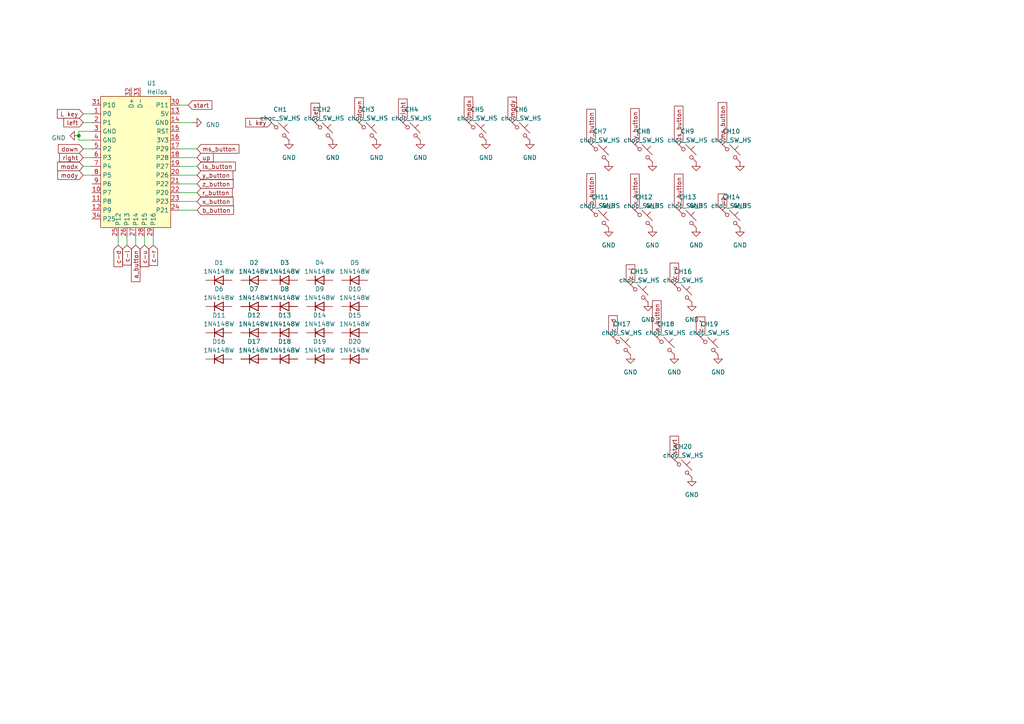
<source format=kicad_sch>
(kicad_sch (version 20230121) (generator eeschema)
  (paper "A4")
  (lib_symbols
    (symbol "Diode:1N4148W" (pin_numbers hide) (pin_names hide)
      (property "Reference" "D" (at 0 2.54 0))
      (property "Value" "1N4148W" (at 0 -2.54 0))
      (symbol "1N4148W_0_1"
        (polyline (pts (xy -1.27 1.27) (xy -1.27 -1.27)) (stroke (width 0.254)))
        (polyline (pts (xy 1.27 0) (xy -1.27 0)))
        (polyline (pts (xy 1.27 1.27) (xy 1.27 -1.27) (xy -1.27 0) (xy 1.27 1.27)) (stroke (width 0.254)))
      )
      (symbol "1N4148W_1_1"
        (pin passive line (at -3.81 0 0) (length 2.54) (name "K") (number "1"))
        (pin passive line (at 3.81 0 180) (length 2.54) (name "A") (number "2"))
      )
    )
    (symbol "PCM_marbastlib-choc:choc_SW_HS" (pin_numbers hide) (pin_names (offset 1.016) hide)
      (property "Reference" "CH" (at 3.048 1.016 0))
      (property "Value" "choc_SW_HS" (at 0 -3.81 0))
      (symbol "choc_SW_HS_0_1"
        (circle (center -1.1684 1.1684) (radius 0.508))
        (polyline (pts (xy -0.508 2.54) (xy 2.54 -0.508)))
        (polyline (pts (xy 1.016 1.016) (xy 2.032 2.032)))
        (polyline (pts (xy -2.54 2.54) (xy -1.524 1.524) (xy -1.524 1.524)))
        (polyline (pts (xy 1.524 -1.524) (xy 2.54 -2.54) (xy 2.54 -2.54) (xy 2.54 -2.54)))
        (circle (center 1.143 -1.1938) (radius 0.508))
        (pin passive line (at -2.54 2.54 0) (length 0) (name "1") (number "1"))
        (pin passive line (at 2.54 -2.54 180) (length 0) (name "2") (number "2"))
      )
    )
    (symbol "PCM_marbastlib-promicroish:Helios" (in_bom no)
      (property "Reference" "U" (at -7.62 22.86 0))
      (property "Value" "Helios" (at -7.62 20.32 0))
      (symbol "Helios_0_0"
        (pin bidirectional line (at -12.7 13.97 0) (length 2.54) (name "P0") (number "1"))
        (pin bidirectional line (at -12.7 -8.89 0) (length 2.54) (name "P7") (number "10"))
        (pin bidirectional line (at -12.7 -11.43 0) (length 2.54) (name "P8") (number "11"))
        (pin bidirectional line (at -12.7 -13.97 0) (length 2.54) (name "P9") (number "12"))
        (pin power_out line (at 12.7 11.43 180) (length 2.54) (name "GND") (number "14"))
        (pin bidirectional line (at 12.7 8.89 180) (length 2.54) (name "RST") (number "15"))
        (pin bidirectional line (at 12.7 3.81 180) (length 2.54) (name "P29") (number "17"))
        (pin bidirectional line (at 12.7 1.27 180) (length 2.54) (name "P28") (number "18"))
        (pin bidirectional line (at 12.7 -1.27 180) (length 2.54) (name "P27") (number "19"))
        (pin bidirectional line (at -12.7 11.43 0) (length 2.54) (name "P1") (number "2"))
        (pin bidirectional line (at 12.7 -3.81 180) (length 2.54) (name "P26") (number "20"))
        (pin bidirectional line (at 12.7 -6.35 180) (length 2.54) (name "P22") (number "21"))
        (pin bidirectional line (at 12.7 -8.89 180) (length 2.54) (name "P20") (number "22"))
        (pin bidirectional line (at 12.7 -11.43 180) (length 2.54) (name "P23") (number "23"))
        (pin bidirectional line (at 12.7 -13.97 180) (length 2.54) (name "P21") (number "24"))
        (pin power_out line (at -12.7 8.89 0) (length 2.54) (name "GND") (number "3"))
        (pin power_out line (at -12.7 6.35 0) (length 2.54) (name "GND") (number "4"))
        (pin bidirectional line (at -12.7 3.81 0) (length 2.54) (name "P2") (number "5"))
        (pin bidirectional line (at -12.7 1.27 0) (length 2.54) (name "P3") (number "6"))
        (pin bidirectional line (at -12.7 -1.27 0) (length 2.54) (name "P4") (number "7"))
        (pin bidirectional line (at -12.7 -3.81 0) (length 2.54) (name "P5") (number "8"))
        (pin bidirectional line (at -12.7 -6.35 0) (length 2.54) (name "P6") (number "9"))
      )
      (symbol "Helios_1_0"
        (pin bidirectional line (at 12.7 13.97 180) (length 2.54) (name "5V") (number "13"))
        (pin power_out line (at 12.7 6.35 180) (length 2.54) (name "3V3") (number "16"))
        (pin bidirectional line (at -5.08 -21.59 90) (length 2.54) (name "P12") (number "25"))
        (pin bidirectional line (at -2.54 -21.59 90) (length 2.54) (name "P13") (number "26"))
        (pin bidirectional line (at 0 -21.59 90) (length 2.54) (name "P14") (number "27"))
        (pin bidirectional line (at 2.54 -21.59 90) (length 2.54) (name "P15") (number "28"))
        (pin bidirectional line (at 5.08 -21.59 90) (length 2.54) (name "P16") (number "29"))
        (pin power_in line (at 12.7 16.51 180) (length 2.54) (name "P11") (number "30"))
        (pin bidirectional line (at -12.7 16.51 0) (length 2.54) (name "P10") (number "31"))
        (pin bidirectional line (at -1.27 21.59 270) (length 2.54) (name "D+") (number "32"))
        (pin bidirectional line (at 1.27 21.59 270) (length 2.54) (name "D-") (number "33"))
        (pin bidirectional line (at -12.7 -16.51 0) (length 2.54) (name "P25") (number "34"))
      )
      (symbol "Helios_1_1"
        (rectangle (start -10.16 19.05) (end 10.16 -19.05) (fill (type background)))
      )
    )
    (symbol "power:GND" (power) (pin_names (offset 0))
      (property "Value" "GND" (at 0 -3.81 0))
      (symbol "GND_0_1"
        (polyline (pts (xy 0 0) (xy 0 -1.27) (xy 1.27 -1.27) (xy 0 -2.54) (xy -1.27 -1.27) (xy 0 -1.27)))
      )
      (symbol "GND_1_1"
        (pin power_in line (at 0 0 270) (length 0) hide (name "GND") (number "1"))
      )
    )
  )
  (junction (at 22.86 39.37))
  (wire (pts (xy 24.13 45.72) (xy 26.67 45.72)))
  (wire (pts (xy 34.29 68.58) (xy 34.29 71.12)))
  (wire (pts (xy 52.07 35.56) (xy 55.88 35.56)))
  (wire (pts (xy 24.13 35.56) (xy 26.67 35.56)))
  (wire (pts (xy 24.13 48.26) (xy 26.67 48.26)))
  (wire (pts (xy 57.15 50.8) (xy 52.07 50.8)))
  (wire (pts (xy 54.61 30.48) (xy 52.07 30.48)))
  (wire (pts (xy 24.13 43.18) (xy 26.67 43.18)))
  (wire (pts (xy 22.86 38.1) (xy 22.86 39.37)))
  (wire (pts (xy 26.67 38.1) (xy 22.86 38.1)))
  (wire (pts (xy 41.91 71.12) (xy 41.91 68.58)))
  (wire (pts (xy 36.83 68.58) (xy 36.83 71.12)))
  (wire (pts (xy 57.15 53.34) (xy 52.07 53.34)))
  (wire (pts (xy 57.15 58.42) (xy 52.07 58.42)))
  (wire (pts (xy 24.13 50.8) (xy 26.67 50.8)))
  (wire (pts (xy 44.45 71.12) (xy 44.45 68.58)))
  (wire (pts (xy 22.86 40.64) (xy 22.86 39.37)))
  (wire (pts (xy 57.15 45.72) (xy 52.07 45.72)))
  (wire (pts (xy 24.13 33.02) (xy 26.67 33.02)))
  (wire (pts (xy 57.15 43.18) (xy 52.07 43.18)))
  (wire (pts (xy 57.15 55.88) (xy 52.07 55.88)))
  (wire (pts (xy 57.15 48.26) (xy 52.07 48.26)))
  (wire (pts (xy 57.15 60.96) (xy 52.07 60.96)))
  (wire (pts (xy 26.67 40.64) (xy 22.86 40.64)))
  (wire (pts (xy 39.37 68.58) (xy 39.37 71.12)))
  (global_label "z_button" (shape input) (at 57.15 53.34 0) (property "Intersheetrefs" "${INTERSHEET_REFS}" (effects hide)))
  (global_label "r_button" (shape input) (at 171.45 41.91 90) (property "Intersheetrefs" "${INTERSHEET_REFS}" (effects hide)))
  (global_label "start" (shape input) (at 195.58 133.35 90) (property "Intersheetrefs" "${INTERSHEET_REFS}" (effects hide)))
  (global_label "down" (shape input) (at 104.14 35.56 90) (property "Intersheetrefs" "${INTERSHEET_REFS}" (effects hide)))
  (global_label "r_button" (shape input) (at 57.15 55.88 0) (property "Intersheetrefs" "${INTERSHEET_REFS}" (effects hide)))
  (global_label "a_button" (shape input) (at 39.37 71.12 270) (property "Intersheetrefs" "${INTERSHEET_REFS}" (effects hide)))
  (global_label "ls_button" (shape input) (at 196.85 41.91 90) (property "Intersheetrefs" "${INTERSHEET_REFS}" (effects hide)))
  (global_label "left" (shape input) (at 24.13 35.56 180) (property "Intersheetrefs" "${INTERSHEET_REFS}" (effects hide)))
  (global_label "right" (shape input) (at 24.13 45.72 180) (property "Intersheetrefs" "${INTERSHEET_REFS}" (effects hide)))
  (global_label "ms_button" (shape input) (at 209.55 41.91 90) (property "Intersheetrefs" "${INTERSHEET_REFS}" (effects hide)))
  (global_label "y_button" (shape input) (at 57.15 50.8 0) (property "Intersheetrefs" "${INTERSHEET_REFS}" (effects hide)))
  (global_label "y_button" (shape input) (at 184.15 41.91 90) (property "Intersheetrefs" "${INTERSHEET_REFS}" (effects hide)))
  (global_label "up" (shape input) (at 209.55 60.96 90) (property "Intersheetrefs" "${INTERSHEET_REFS}" (effects hide)))
  (global_label "mody" (shape input) (at 24.13 50.8 180) (property "Intersheetrefs" "${INTERSHEET_REFS}" (effects hide)))
  (global_label "b_button" (shape input) (at 171.45 60.96 90) (property "Intersheetrefs" "${INTERSHEET_REFS}" (effects hide)))
  (global_label "L key" (shape input) (at 24.13 33.02 180) (property "Intersheetrefs" "${INTERSHEET_REFS}" (effects hide)))
  (global_label "c-d" (shape input) (at 177.8 97.79 90) (property "Intersheetrefs" "${INTERSHEET_REFS}" (effects hide)))
  (global_label "c-r" (shape input) (at 203.2 97.79 90) (property "Intersheetrefs" "${INTERSHEET_REFS}" (effects hide)))
  (global_label "left" (shape input) (at 91.44 35.56 90) (property "Intersheetrefs" "${INTERSHEET_REFS}" (effects hide)))
  (global_label "c-r" (shape input) (at 44.45 71.12 270) (property "Intersheetrefs" "${INTERSHEET_REFS}" (effects hide)))
  (global_label "b_button" (shape input) (at 57.15 60.96 0) (property "Intersheetrefs" "${INTERSHEET_REFS}" (effects hide)))
  (global_label "L key" (shape input) (at 78.74 35.56 180) (property "Intersheetrefs" "${INTERSHEET_REFS}" (effects hide)))
  (global_label "x_button" (shape input) (at 184.15 60.96 90) (property "Intersheetrefs" "${INTERSHEET_REFS}" (effects hide)))
  (global_label "start" (shape input) (at 54.61 30.48 0) (property "Intersheetrefs" "${INTERSHEET_REFS}" (effects hide)))
  (global_label "z_button" (shape input) (at 196.85 60.96 90) (property "Intersheetrefs" "${INTERSHEET_REFS}" (effects hide)))
  (global_label "modx" (shape input) (at 135.89 35.56 90) (property "Intersheetrefs" "${INTERSHEET_REFS}" (effects hide)))
  (global_label "up" (shape input) (at 57.15 45.72 0) (property "Intersheetrefs" "${INTERSHEET_REFS}" (effects hide)))
  (global_label "mody" (shape input) (at 148.59 35.56 90) (property "Intersheetrefs" "${INTERSHEET_REFS}" (effects hide)))
  (global_label "c-l" (shape input) (at 182.88 82.55 90) (property "Intersheetrefs" "${INTERSHEET_REFS}" (effects hide)))
  (global_label "c-d" (shape input) (at 34.29 71.12 270) (property "Intersheetrefs" "${INTERSHEET_REFS}" (effects hide)))
  (global_label "x_button" (shape input) (at 57.15 58.42 0) (property "Intersheetrefs" "${INTERSHEET_REFS}" (effects hide)))
  (global_label "c-u" (shape input) (at 41.91 71.12 270) (property "Intersheetrefs" "${INTERSHEET_REFS}" (effects hide)))
  (global_label "c-l" (shape input) (at 36.83 71.12 270) (property "Intersheetrefs" "${INTERSHEET_REFS}" (effects hide)))
  (global_label "ms_button" (shape input) (at 57.15 43.18 0) (property "Intersheetrefs" "${INTERSHEET_REFS}" (effects hide)))
  (global_label "ls_button" (shape input) (at 57.15 48.26 0) (property "Intersheetrefs" "${INTERSHEET_REFS}" (effects hide)))
  (global_label "c-u" (shape input) (at 195.58 82.55 90) (property "Intersheetrefs" "${INTERSHEET_REFS}" (effects hide)))
  (global_label "down" (shape input) (at 24.13 43.18 180) (property "Intersheetrefs" "${INTERSHEET_REFS}" (effects hide)))
  (global_label "modx" (shape input) (at 24.13 48.26 180) (property "Intersheetrefs" "${INTERSHEET_REFS}" (effects hide)))
  (global_label "a_button" (shape input) (at 190.5 97.79 90) (property "Intersheetrefs" "${INTERSHEET_REFS}" (effects hide)))
  (global_label "right" (shape input) (at 116.84 35.56 90) (property "Intersheetrefs" "${INTERSHEET_REFS}" (effects hide)))
  (symbol (lib_id "Diode:1N4148W") (at 82.55 81.28 0) (unit 1)
    (property "Reference" "D3" (at 82.55 76.2 0))
    (property "Value" "1N4148W" (at 82.55 78.74 0))
    (property "Footprint" "Diode_SMD:D_SOD-123" (effects hide))
    (property "Datasheet" "https://www.vishay.com/docs/85748/1n4148w.pdf" (effects hide))
    (property "Sim.Device" "D" (effects hide))
    (property "Sim.Pins" "1=K 2=A" (effects hide))
  )
  (symbol (lib_id "Diode:1N4148W") (at 63.5 88.9 0) (unit 1)
    (property "Reference" "D6" (at 63.5 83.82 0))
    (property "Value" "1N4148W" (at 63.5 86.36 0))
    (property "Footprint" "Diode_SMD:D_SOD-123" (effects hide))
    (property "Datasheet" "https://www.vishay.com/docs/85748/1n4148w.pdf" (effects hide))
    (property "Sim.Device" "D" (effects hide))
    (property "Sim.Pins" "1=K 2=A" (effects hide))
  )
  (symbol (lib_id "power:GND") (at 96.52 40.64 0) (unit 1)
    (property "Reference" "#PWR04" (effects hide))
    (property "Value" "GND" (at 96.52 45.72 0))
  )
  (symbol (lib_id "PCM_marbastlib-choc:choc_SW_HS") (at 173.99 44.45 0) (unit 1)
    (property "Reference" "CH7" (at 173.99 38.1 0))
    (property "Value" "choc_SW_HS" (at 173.99 40.64 0))
    (property "Footprint" "PCM_marbastlib-choc:SW_choc_v1_HS_1u" (effects hide))
  )
  (symbol (lib_id "power:GND") (at 140.97 40.64 0) (unit 1)
    (property "Reference" "#PWR07" (effects hide))
    (property "Value" "GND" (at 140.97 45.72 0))
  )
  (symbol (lib_id "Diode:1N4148W") (at 92.71 88.9 0) (unit 1)
    (property "Reference" "D9" (at 92.71 83.82 0))
    (property "Value" "1N4148W" (at 92.71 86.36 0))
    (property "Footprint" "Diode_SMD:D_SOD-123" (effects hide))
    (property "Datasheet" "https://www.vishay.com/docs/85748/1n4148w.pdf" (effects hide))
    (property "Sim.Device" "D" (effects hide))
    (property "Sim.Pins" "1=K 2=A" (effects hide))
  )
  (symbol (lib_id "Diode:1N4148W") (at 102.87 88.9 0) (unit 1)
    (property "Reference" "D10" (at 102.87 83.82 0))
    (property "Value" "1N4148W" (at 102.87 86.36 0))
    (property "Footprint" "Diode_SMD:D_SOD-123" (effects hide))
    (property "Datasheet" "https://www.vishay.com/docs/85748/1n4148w.pdf" (effects hide))
    (property "Sim.Device" "D" (effects hide))
    (property "Sim.Pins" "1=K 2=A" (effects hide))
  )
  (symbol (lib_id "PCM_marbastlib-choc:choc_SW_HS") (at 180.34 100.33 0) (unit 1)
    (property "Reference" "CH17" (at 180.34 93.98 0))
    (property "Value" "choc_SW_HS" (at 180.34 96.52 0))
    (property "Footprint" "PCM_marbastlib-choc:SW_choc_v1_HS_1u" (effects hide))
  )
  (symbol (lib_id "power:GND") (at 182.88 102.87 0) (unit 1)
    (property "Reference" "#PWR019" (effects hide))
    (property "Value" "GND" (at 182.88 107.95 0))
  )
  (symbol (lib_id "PCM_marbastlib-choc:choc_SW_HS") (at 199.39 63.5 0) (unit 1)
    (property "Reference" "CH13" (at 199.39 57.15 0))
    (property "Value" "choc_SW_HS" (at 199.39 59.69 0))
    (property "Footprint" "PCM_marbastlib-choc:SW_choc_v1_HS_1u" (effects hide))
  )
  (symbol (lib_id "power:GND") (at 55.88 35.56 90) (unit 1)
    (property "Reference" "#PWR01" (effects hide))
    (property "Value" "GND" (at 59.69 36.195 90) (effects (justify right)))
  )
  (symbol (lib_id "power:GND") (at 189.23 46.99 0) (unit 1)
    (property "Reference" "#PWR010" (effects hide))
    (property "Value" "GND" (at 189.23 59.69 0))
  )
  (symbol (lib_id "PCM_marbastlib-choc:choc_SW_HS") (at 138.43 38.1 0) (unit 1)
    (property "Reference" "CH5" (at 138.43 31.75 0))
    (property "Value" "choc_SW_HS" (at 138.43 34.29 0))
    (property "Footprint" "PCM_marbastlib-choc:SW_choc_v1_HS_1u" (effects hide))
  )
  (symbol (lib_id "Diode:1N4148W") (at 73.66 88.9 0) (unit 1)
    (property "Reference" "D7" (at 73.66 83.82 0))
    (property "Value" "1N4148W" (at 73.66 86.36 0))
    (property "Footprint" "Diode_SMD:D_SOD-123" (effects hide))
    (property "Datasheet" "https://www.vishay.com/docs/85748/1n4148w.pdf" (effects hide))
    (property "Sim.Device" "D" (effects hide))
    (property "Sim.Pins" "1=K 2=A" (effects hide))
  )
  (symbol (lib_id "power:GND") (at 176.53 46.99 0) (unit 1)
    (property "Reference" "#PWR09" (effects hide))
    (property "Value" "GND" (at 176.53 59.69 0))
  )
  (symbol (lib_id "power:GND") (at 187.96 87.63 0) (unit 1)
    (property "Reference" "#PWR017" (effects hide))
    (property "Value" "GND" (at 187.96 92.71 0))
  )
  (symbol (lib_id "Diode:1N4148W") (at 102.87 81.28 0) (unit 1)
    (property "Reference" "D5" (at 102.87 76.2 0))
    (property "Value" "1N4148W" (at 102.87 78.74 0))
    (property "Footprint" "Diode_SMD:D_SOD-123" (effects hide))
    (property "Datasheet" "https://www.vishay.com/docs/85748/1n4148w.pdf" (effects hide))
    (property "Sim.Device" "D" (effects hide))
    (property "Sim.Pins" "1=K 2=A" (effects hide))
  )
  (symbol (lib_id "PCM_marbastlib-choc:choc_SW_HS") (at 205.74 100.33 0) (unit 1)
    (property "Reference" "CH19" (at 205.74 93.98 0))
    (property "Value" "choc_SW_HS" (at 205.74 96.52 0))
    (property "Footprint" "PCM_marbastlib-choc:SW_choc_v1_HS_1u" (effects hide))
  )
  (symbol (lib_id "power:GND") (at 200.66 87.63 0) (unit 1)
    (property "Reference" "#PWR018" (effects hide))
    (property "Value" "GND" (at 200.66 92.71 0))
  )
  (symbol (lib_id "power:GND") (at 201.93 46.99 0) (unit 1)
    (property "Reference" "#PWR011" (effects hide))
    (property "Value" "GND" (at 201.93 59.69 0))
  )
  (symbol (lib_id "power:GND") (at 201.93 66.04 0) (unit 1)
    (property "Reference" "#PWR015" (effects hide))
    (property "Value" "GND" (at 201.93 71.12 0))
  )
  (symbol (lib_id "Diode:1N4148W") (at 82.55 88.9 0) (unit 1)
    (property "Reference" "D8" (at 82.55 83.82 0))
    (property "Value" "1N4148W" (at 82.55 86.36 0))
    (property "Footprint" "Diode_SMD:D_SOD-123" (effects hide))
    (property "Datasheet" "https://www.vishay.com/docs/85748/1n4148w.pdf" (effects hide))
    (property "Sim.Device" "D" (effects hide))
    (property "Sim.Pins" "1=K 2=A" (effects hide))
  )
  (symbol (lib_id "Diode:1N4148W") (at 82.55 104.14 0) (unit 1)
    (property "Reference" "D18" (at 82.55 99.06 0))
    (property "Value" "1N4148W" (at 82.55 101.6 0))
    (property "Footprint" "Diode_SMD:D_SOD-123" (effects hide))
    (property "Datasheet" "https://www.vishay.com/docs/85748/1n4148w.pdf" (effects hide))
    (property "Sim.Device" "D" (effects hide))
    (property "Sim.Pins" "1=K 2=A" (effects hide))
  )
  (symbol (lib_id "Diode:1N4148W") (at 63.5 81.28 0) (unit 1)
    (property "Reference" "D1" (at 63.5 76.2 0))
    (property "Value" "1N4148W" (at 63.5 78.74 0))
    (property "Footprint" "Diode_SMD:D_SOD-123" (effects hide))
    (property "Datasheet" "https://www.vishay.com/docs/85748/1n4148w.pdf" (effects hide))
    (property "Sim.Device" "D" (effects hide))
    (property "Sim.Pins" "1=K 2=A" (effects hide))
  )
  (symbol (lib_id "PCM_marbastlib-choc:choc_SW_HS") (at 151.13 38.1 0) (unit 1)
    (property "Reference" "CH6" (at 151.13 31.75 0))
    (property "Value" "choc_SW_HS" (at 151.13 34.29 0))
    (property "Footprint" "PCM_marbastlib-choc:SW_choc_v1_HS_1u" (effects hide))
  )
  (symbol (lib_id "power:GND") (at 153.67 40.64 0) (unit 1)
    (property "Reference" "#PWR08" (effects hide))
    (property "Value" "GND" (at 153.67 45.72 0))
  )
  (symbol (lib_id "power:GND") (at 176.53 66.04 0) (unit 1)
    (property "Reference" "#PWR013" (effects hide))
    (property "Value" "GND" (at 176.53 71.12 0))
  )
  (symbol (lib_id "Diode:1N4148W") (at 82.55 96.52 0) (unit 1)
    (property "Reference" "D13" (at 82.55 91.44 0))
    (property "Value" "1N4148W" (at 82.55 93.98 0))
    (property "Footprint" "Diode_SMD:D_SOD-123" (effects hide))
    (property "Datasheet" "https://www.vishay.com/docs/85748/1n4148w.pdf" (effects hide))
    (property "Sim.Device" "D" (effects hide))
    (property "Sim.Pins" "1=K 2=A" (effects hide))
  )
  (symbol (lib_id "PCM_marbastlib-choc:choc_SW_HS") (at 119.38 38.1 0) (unit 1)
    (property "Reference" "CH4" (at 119.38 31.75 0))
    (property "Value" "choc_SW_HS" (at 119.38 34.29 0))
    (property "Footprint" "PCM_marbastlib-choc:SW_choc_v1_HS_1u" (effects hide))
  )
  (symbol (lib_id "PCM_marbastlib-choc:choc_SW_HS") (at 199.39 44.45 0) (unit 1)
    (property "Reference" "CH9" (at 199.39 38.1 0))
    (property "Value" "choc_SW_HS" (at 199.39 40.64 0))
    (property "Footprint" "PCM_marbastlib-choc:SW_choc_v1_HS_1u" (effects hide))
  )
  (symbol (lib_id "PCM_marbastlib-choc:choc_SW_HS") (at 106.68 38.1 0) (unit 1)
    (property "Reference" "CH3" (at 106.68 31.75 0))
    (property "Value" "choc_SW_HS" (at 106.68 34.29 0))
    (property "Footprint" "PCM_marbastlib-choc:SW_choc_v1_HS_1u" (effects hide))
  )
  (symbol (lib_id "PCM_marbastlib-choc:choc_SW_HS") (at 212.09 44.45 0) (unit 1)
    (property "Reference" "CH10" (at 212.09 38.1 0))
    (property "Value" "choc_SW_HS" (at 212.09 40.64 0))
    (property "Footprint" "PCM_marbastlib-choc:SW_choc_v1_HS_1u" (effects hide))
  )
  (symbol (lib_id "PCM_marbastlib-choc:choc_SW_HS") (at 81.28 38.1 0) (unit 1)
    (property "Reference" "CH1" (at 81.28 31.75 0))
    (property "Value" "choc_SW_HS" (at 81.28 34.29 0))
    (property "Footprint" "PCM_marbastlib-choc:SW_choc_v1_HS_1u" (effects hide))
  )
  (symbol (lib_id "power:GND") (at 208.28 102.87 0) (unit 1)
    (property "Reference" "#PWR021" (effects hide))
    (property "Value" "GND" (at 208.28 107.95 0))
  )
  (symbol (lib_id "Diode:1N4148W") (at 102.87 96.52 0) (unit 1)
    (property "Reference" "D15" (at 102.87 91.44 0))
    (property "Value" "1N4148W" (at 102.87 93.98 0))
    (property "Footprint" "Diode_SMD:D_SOD-123" (effects hide))
    (property "Datasheet" "https://www.vishay.com/docs/85748/1n4148w.pdf" (effects hide))
    (property "Sim.Device" "D" (effects hide))
    (property "Sim.Pins" "1=K 2=A" (effects hide))
  )
  (symbol (lib_id "Diode:1N4148W") (at 73.66 104.14 0) (unit 1)
    (property "Reference" "D17" (at 73.66 99.06 0))
    (property "Value" "1N4148W" (at 73.66 101.6 0))
    (property "Footprint" "Diode_SMD:D_SOD-123" (effects hide))
    (property "Datasheet" "https://www.vishay.com/docs/85748/1n4148w.pdf" (effects hide))
    (property "Sim.Device" "D" (effects hide))
    (property "Sim.Pins" "1=K 2=A" (effects hide))
  )
  (symbol (lib_id "power:GND") (at 200.66 138.43 0) (unit 1)
    (property "Reference" "#PWR022" (effects hide))
    (property "Value" "GND" (at 200.66 143.51 0))
  )
  (symbol (lib_id "power:GND") (at 22.86 39.37 270) (unit 1)
    (property "Reference" "#PWR02" (effects hide))
    (property "Value" "GND" (at 19.05 40.005 90) (effects (justify right)))
  )
  (symbol (lib_id "PCM_marbastlib-choc:choc_SW_HS") (at 173.99 63.5 0) (unit 1)
    (property "Reference" "CH11" (at 173.99 57.15 0))
    (property "Value" "choc_SW_HS" (at 173.99 59.69 0))
    (property "Footprint" "PCM_marbastlib-choc:SW_choc_v1_HS_1u" (effects hide))
  )
  (symbol (lib_id "power:GND") (at 214.63 46.99 0) (unit 1)
    (property "Reference" "#PWR012" (effects hide))
    (property "Value" "GND" (at 214.63 59.69 0))
  )
  (symbol (lib_id "Diode:1N4148W") (at 73.66 96.52 0) (unit 1)
    (property "Reference" "D12" (at 73.66 91.44 0))
    (property "Value" "1N4148W" (at 73.66 93.98 0))
    (property "Footprint" "Diode_SMD:D_SOD-123" (effects hide))
    (property "Datasheet" "https://www.vishay.com/docs/85748/1n4148w.pdf" (effects hide))
    (property "Sim.Device" "D" (effects hide))
    (property "Sim.Pins" "1=K 2=A" (effects hide))
  )
  (symbol (lib_id "power:GND") (at 189.23 66.04 0) (unit 1)
    (property "Reference" "#PWR014" (effects hide))
    (property "Value" "GND" (at 189.23 71.12 0))
  )
  (symbol (lib_id "Diode:1N4148W") (at 92.71 96.52 0) (unit 1)
    (property "Reference" "D14" (at 92.71 91.44 0))
    (property "Value" "1N4148W" (at 92.71 93.98 0))
    (property "Footprint" "Diode_SMD:D_SOD-123" (effects hide))
    (property "Datasheet" "https://www.vishay.com/docs/85748/1n4148w.pdf" (effects hide))
    (property "Sim.Device" "D" (effects hide))
    (property "Sim.Pins" "1=K 2=A" (effects hide))
  )
  (symbol (lib_id "Diode:1N4148W") (at 102.87 104.14 0) (unit 1)
    (property "Reference" "D20" (at 102.87 99.06 0))
    (property "Value" "1N4148W" (at 102.87 101.6 0))
    (property "Footprint" "Diode_SMD:D_SOD-123" (effects hide))
    (property "Datasheet" "https://www.vishay.com/docs/85748/1n4148w.pdf" (effects hide))
    (property "Sim.Device" "D" (effects hide))
    (property "Sim.Pins" "1=K 2=A" (effects hide))
  )
  (symbol (lib_id "PCM_marbastlib-choc:choc_SW_HS") (at 198.12 85.09 0) (unit 1)
    (property "Reference" "CH16" (at 198.12 78.74 0))
    (property "Value" "choc_SW_HS" (at 198.12 81.28 0))
    (property "Footprint" "PCM_marbastlib-choc:SW_choc_v1_HS_1u" (effects hide))
  )
  (symbol (lib_id "PCM_marbastlib-choc:choc_SW_HS") (at 212.09 63.5 0) (unit 1)
    (property "Reference" "CH14" (at 212.09 57.15 0))
    (property "Value" "choc_SW_HS" (at 212.09 59.69 0))
    (property "Footprint" "PCM_marbastlib-choc:SW_choc_v1_HS_1u" (effects hide))
  )
  (symbol (lib_id "Diode:1N4148W") (at 92.71 81.28 0) (unit 1)
    (property "Reference" "D4" (at 92.71 76.2 0))
    (property "Value" "1N4148W" (at 92.71 78.74 0))
    (property "Footprint" "Diode_SMD:D_SOD-123" (effects hide))
    (property "Datasheet" "https://www.vishay.com/docs/85748/1n4148w.pdf" (effects hide))
    (property "Sim.Device" "D" (effects hide))
    (property "Sim.Pins" "1=K 2=A" (effects hide))
  )
  (symbol (lib_id "PCM_marbastlib-choc:choc_SW_HS") (at 186.69 63.5 0) (unit 1)
    (property "Reference" "CH12" (at 186.69 57.15 0))
    (property "Value" "choc_SW_HS" (at 186.69 59.69 0))
    (property "Footprint" "PCM_marbastlib-choc:SW_choc_v1_HS_1u" (effects hide))
  )
  (symbol (lib_id "Diode:1N4148W") (at 63.5 104.14 0) (unit 1)
    (property "Reference" "D16" (at 63.5 99.06 0))
    (property "Value" "1N4148W" (at 63.5 101.6 0))
    (property "Footprint" "Diode_SMD:D_SOD-123" (effects hide))
    (property "Datasheet" "https://www.vishay.com/docs/85748/1n4148w.pdf" (effects hide))
    (property "Sim.Device" "D" (effects hide))
    (property "Sim.Pins" "1=K 2=A" (effects hide))
  )
  (symbol (lib_id "PCM_marbastlib-choc:choc_SW_HS") (at 193.04 100.33 0) (unit 1)
    (property "Reference" "CH18" (at 193.04 93.98 0))
    (property "Value" "choc_SW_HS" (at 193.04 96.52 0))
    (property "Footprint" "PCM_marbastlib-choc:SW_choc_v1_HS_1u" (effects hide))
  )
  (symbol (lib_id "Diode:1N4148W") (at 73.66 81.28 0) (unit 1)
    (property "Reference" "D2" (at 73.66 76.2 0))
    (property "Value" "1N4148W" (at 73.66 78.74 0))
    (property "Footprint" "Diode_SMD:D_SOD-123" (effects hide))
    (property "Datasheet" "https://www.vishay.com/docs/85748/1n4148w.pdf" (effects hide))
    (property "Sim.Device" "D" (effects hide))
    (property "Sim.Pins" "1=K 2=A" (effects hide))
  )
  (symbol (lib_id "PCM_marbastlib-promicroish:Helios") (at 39.37 46.99 0) (unit 1) (in_bom no)
    (property "Reference" "U1" (at 42.5959 24.13 0) (effects (justify left)))
    (property "Value" "Helios" (at 42.5959 26.67 0) (effects (justify left)))
    (property "Footprint" "PCM_marbastlib-xp-promicroish:Helios_AH_USBup" (effects hide))
    (property "Datasheet" "https://github.com/0xCB-dev/0xCB-Helios" (effects hide))
  )
  (symbol (lib_id "PCM_marbastlib-choc:choc_SW_HS") (at 93.98 38.1 0) (unit 1)
    (property "Reference" "CH2" (at 93.98 31.75 0))
    (property "Value" "choc_SW_HS" (at 93.98 34.29 0))
    (property "Footprint" "PCM_marbastlib-choc:SW_choc_v1_HS_1u" (effects hide))
  )
  (symbol (lib_id "Diode:1N4148W") (at 63.5 96.52 0) (unit 1)
    (property "Reference" "D11" (at 63.5 91.44 0))
    (property "Value" "1N4148W" (at 63.5 93.98 0))
    (property "Footprint" "Diode_SMD:D_SOD-123" (effects hide))
    (property "Datasheet" "https://www.vishay.com/docs/85748/1n4148w.pdf" (effects hide))
    (property "Sim.Device" "D" (effects hide))
    (property "Sim.Pins" "1=K 2=A" (effects hide))
  )
  (symbol (lib_id "power:GND") (at 109.22 40.64 0) (unit 1)
    (property "Reference" "#PWR05" (effects hide))
    (property "Value" "GND" (at 109.22 45.72 0))
  )
  (symbol (lib_id "power:GND") (at 121.92 40.64 0) (unit 1)
    (property "Reference" "#PWR06" (effects hide))
    (property "Value" "GND" (at 121.92 45.72 0))
  )
  (symbol (lib_id "Diode:1N4148W") (at 92.71 104.14 0) (unit 1)
    (property "Reference" "D19" (at 92.71 99.06 0))
    (property "Value" "1N4148W" (at 92.71 101.6 0))
    (property "Footprint" "Diode_SMD:D_SOD-123" (effects hide))
    (property "Datasheet" "https://www.vishay.com/docs/85748/1n4148w.pdf" (effects hide))
    (property "Sim.Device" "D" (effects hide))
    (property "Sim.Pins" "1=K 2=A" (effects hide))
  )
  (symbol (lib_id "PCM_marbastlib-choc:choc_SW_HS") (at 198.12 135.89 0) (unit 1)
    (property "Reference" "CH20" (at 198.12 129.54 0))
    (property "Value" "choc_SW_HS" (at 198.12 132.08 0))
    (property "Footprint" "PCM_marbastlib-choc:SW_choc_v1_HS_1u" (effects hide))
  )
  (symbol (lib_id "PCM_marbastlib-choc:choc_SW_HS") (at 185.42 85.09 0) (unit 1)
    (property "Reference" "CH15" (at 185.42 78.74 0))
    (property "Value" "choc_SW_HS" (at 185.42 81.28 0))
    (property "Footprint" "PCM_marbastlib-choc:SW_choc_v1_HS_1u" (effects hide))
  )
  (symbol (lib_id "power:GND") (at 195.58 102.87 0) (unit 1)
    (property "Reference" "#PWR020" (effects hide))
    (property "Value" "GND" (at 195.58 107.95 0))
  )
  (symbol (lib_id "power:GND") (at 214.63 66.04 0) (unit 1)
    (property "Reference" "#PWR016" (effects hide))
    (property "Value" "GND" (at 214.63 71.12 0))
  )
  (symbol (lib_id "power:GND") (at 83.82 40.64 0) (unit 1)
    (property "Reference" "#PWR03" (effects hide))
    (property "Value" "GND" (at 83.82 45.72 0))
  )
  (symbol (lib_id "PCM_marbastlib-choc:choc_SW_HS") (at 186.69 44.45 0) (unit 1)
    (property "Reference" "CH8" (at 186.69 38.1 0))
    (property "Value" "choc_SW_HS" (at 186.69 40.64 0))
    (property "Footprint" "PCM_marbastlib-choc:SW_choc_v1_HS_1u" (effects hide))
  )
)
</source>
